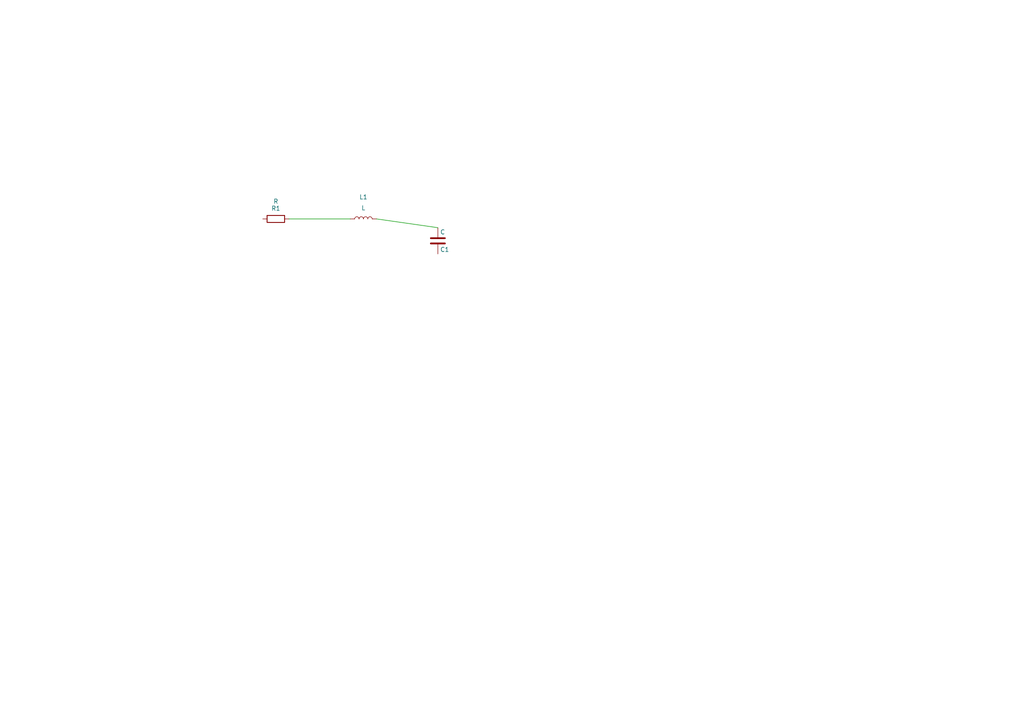
<source format=kicad_sch>
(kicad_sch (version 20211014) (generator kiutils)
  (paper "A4")
  (lib_symbols
    (symbol "Device:C" (pin_numbers hide) (pin_names (offset 0.254))
      (property "Reference" "C" (at 0.635 2.54 0))
      (property "Value" "C" (at 0.635 -2.54 0))
      (property "Datasheet" "~" (at 0 0 0))
      (property "Description" "Unpolarized capacitor" (at 0 0 0))
      (property "ki_keywords" "cap capacitor" (at 0 0 0))
      (property "ki_fp_filters" "C_*" (at 0 0 0))
      (symbol "C_0_1"
        (polyline (pts (xy -2.032 -0.762) (xy 2.032 -0.762)) (stroke (width 0.508)))
        (polyline (pts (xy -2.032 0.762) (xy 2.032 0.762)) (stroke (width 0.508)))
      )
      (symbol "C_1_1"
        (pin passive line (at 0 3.81 270) (length 2.794) (name "~") (number "1"))
        (pin passive line (at 0 -3.81 90) (length 2.794) (name "~") (number "2"))
      )
    )
    (symbol "Device:L" (pin_numbers hide) (pin_names (offset 1.016) hide)
      (property "Reference" "L" (at -1.27 0 90))
      (property "Value" "L" (at 1.905 0 90))
      (property "Datasheet" "~" (at 0 0 0))
      (property "Description" "Inductor" (at 0 0 0))
      (property "ki_keywords" "inductor choke coil reactor magnetic" (at 0 0 0))
      (property "ki_fp_filters" "Choke_* *Coil* Inductor_* L_*" (at 0 0 0))
      (symbol "L_0_1"
        (arc (start 0 -2.54) (mid 0.6323 -1.905) (end 0 -1.27))
        (arc (start 0 -1.27) (mid 0.6323 -0.635) (end 0 0))
        (arc (start 0 0) (mid 0.6323 0.635) (end 0 1.27))
        (arc (start 0 1.27) (mid 0.6323 1.905) (end 0 2.54))
      )
      (symbol "L_1_1"
        (pin passive line (at 0 3.81 270) (length 1.27) (name "1") (number "1"))
        (pin passive line (at 0 -3.81 90) (length 1.27) (name "2") (number "2"))
      )
    )
    (symbol "Device:R" (pin_numbers hide) (pin_names (offset 0))
      (property "Reference" "R" (at 2.032 0 90))
      (property "Value" "R" (at 0 0 90))
      (property "Datasheet" "~" (at 0 0 0))
      (property "Description" "Resistor" (at 0 0 0))
      (property "ki_keywords" "R res resistor" (at 0 0 0))
      (property "ki_fp_filters" "R_*" (at 0 0 0))
      (symbol "R_0_1"
        (rectangle (start -1.016 -2.54) (end 1.016 2.54) (stroke (width 0.254)))
      )
      (symbol "R_1_1"
        (pin passive line (at 0 3.81 270) (length 1.27) (name "~") (number "1"))
        (pin passive line (at 0 -3.81 90) (length 1.27) (name "~") (number "2"))
      )
    )
  )
  (wire (pts (xy 83.82 63.5) (xy 101.6 63.5)))
  (wire (pts (xy 127 66.04) (xy 109.22 63.5)))
  (symbol (lib_id "Device:C") (at 127 69.85 0) (unit 1)
    (property "Reference" "C1" (at 127.635 72.39 0) (effects (justify left)))
    (property "Value" "C" (at 127.635 67.30999999999999 0) (effects (justify left)))
    (property "Description" "Unpolarized capacitor" (effects hide))
    (property "ki_keywords" "cap capacitor" (effects hide))
    (property "ki_fp_filters" "C_*" (effects hide))
  )
  (symbol (lib_id "Device:L") (at 105.41 63.5 90) (unit 1)
    (property "Reference" "L1" (at 105.41 57.15 90))
    (property "Value" "L" (at 105.41 60.325 90))
    (property "Description" "Inductor" (effects hide))
    (property "ki_keywords" "inductor choke coil reactor magnetic" (effects hide))
    (property "ki_fp_filters" "Choke_* *Coil* Inductor_* L_*" (effects hide))
  )
  (symbol (lib_id "Device:R") (at 80.01 63.5 90) (unit 1)
    (property "Reference" "R1" (at 80.01 60.452 90))
    (property "Value" "R" (at 80.01 58.42 90))
    (property "Description" "Resistor" (effects hide))
    (property "ki_keywords" "R res resistor" (effects hide))
    (property "ki_fp_filters" "R_*" (effects hide))
  )
)
</source>
